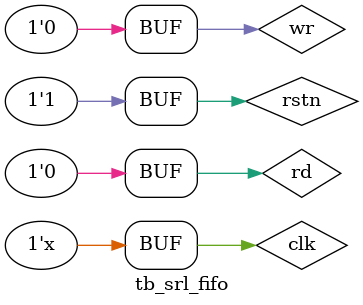
<source format=v>
`timescale 1ns / 1ps
`default_nettype none


module tb_srl_fifo #()();


    localparam WIDTH = 4;
    localparam DEPTH = 16;
    localparam CNT_W = $clog2(DEPTH);

    // TEST PARAMETERS
    localparam CLK_PERIOD = 10;
    localparam HALF_CLK_PERIOD = 5;
    localparam T_RESET = 30;

    reg                 clk     = 0;
    reg                 rstn    = 0;
    reg                 wr      = 0;
    reg [WIDTH-1:0]     din     = 0;
    reg                 rd      = 0;

    wire                full;
    wire [WIDTH-1:0]    q;
    wire [CNT_W:0]      item_no;
    wire                empty;


    // DUT
    srl_fifo
    #(
        .WIDTH      (WIDTH      ),
        .DEPTH      (DEPTH      ),
        .CNT_W      (CNT_W      )
    ) u_dut (
        .clk        (clk        ),
        .rstn       (rstn       ),
        .wr         (wr         ),
        .d          (din        ),
        .full       (full       ),
        .rd         (rd         ),
        .q          (q          ),
        .item_no    (item_no    ),
        .empty      (empty      )
    );


    // STIMULUS
    always
    begin
        clk <= ~clk;
        #HALF_CLK_PERIOD;
    end

    always @ (posedge clk)
    begin
        if(!rstn) begin
            din <= 0;
        end else begin
            din <= din + 1;
        end
    end

    initial begin
        #T_RESET;
        rstn <= 1'b1;
        #T_RESET;
        wr <= 1'b1;
        #(CLK_PERIOD*6);
        rd <= 1'b1;
        #(CLK_PERIOD*5);
        wr <= 1'b0;
        #(CLK_PERIOD*3);
        rd <= 1'b0;
    end






endmodule

</source>
